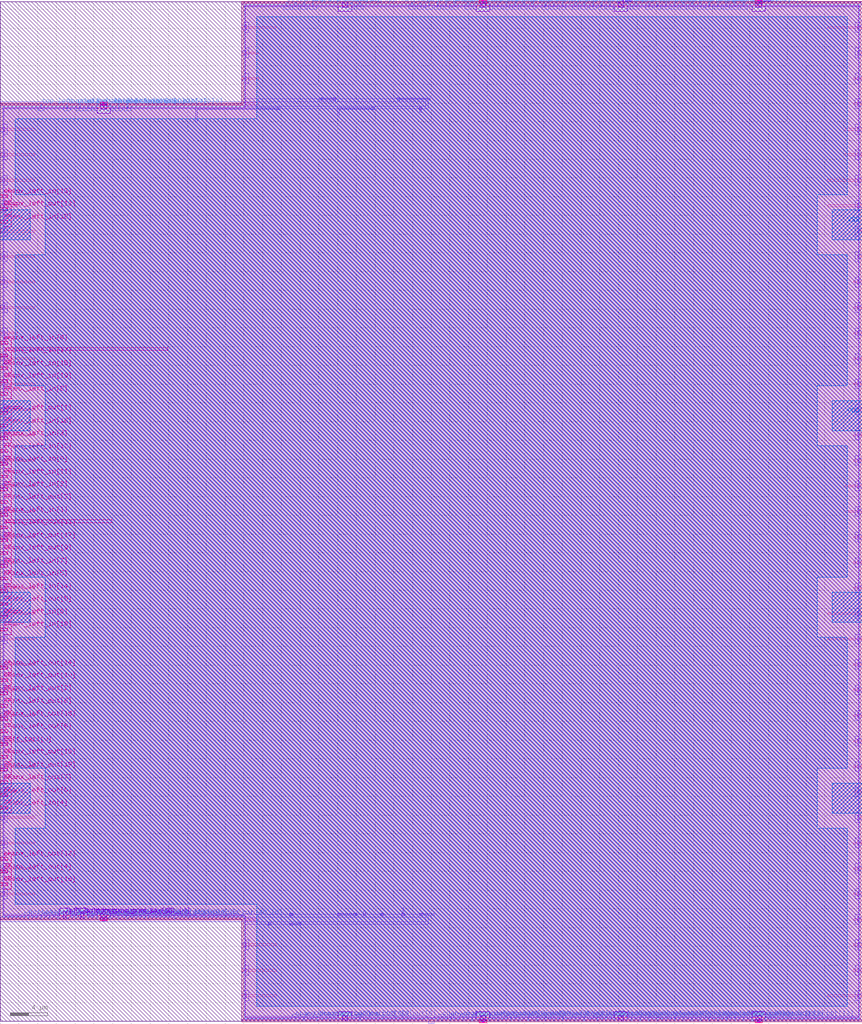
<source format=lef>
VERSION 5.7 ;
BUSBITCHARS "[]" ;

UNITS
  DATABASE MICRONS 1000 ;
END UNITS

MANUFACTURINGGRID 0.005 ;

LAYER li1
  TYPE ROUTING ;
  DIRECTION VERTICAL ;
  PITCH 0.46 ;
  WIDTH 0.17 ;
END li1

LAYER mcon
  TYPE CUT ;
END mcon

LAYER met1
  TYPE ROUTING ;
  DIRECTION HORIZONTAL ;
  PITCH 0.34 ;
  WIDTH 0.14 ;
END met1

LAYER via
  TYPE CUT ;
END via

LAYER met2
  TYPE ROUTING ;
  DIRECTION VERTICAL ;
  PITCH 0.46 ;
  WIDTH 0.14 ;
END met2

LAYER via2
  TYPE CUT ;
END via2

LAYER met3
  TYPE ROUTING ;
  DIRECTION HORIZONTAL ;
  PITCH 0.68 ;
  WIDTH 0.3 ;
END met3

LAYER via3
  TYPE CUT ;
END via3

LAYER met4
  TYPE ROUTING ;
  DIRECTION VERTICAL ;
  PITCH 0.92 ;
  WIDTH 0.3 ;
END met4

LAYER via4
  TYPE CUT ;
END via4

LAYER met5
  TYPE ROUTING ;
  DIRECTION HORIZONTAL ;
  PITCH 3.4 ;
  WIDTH 1.6 ;
END met5

LAYER nwell
  TYPE MASTERSLICE ;
END nwell

LAYER pwell
  TYPE MASTERSLICE ;
END pwell

LAYER OVERLAP
  TYPE OVERLAP ;
END OVERLAP

VIA L1M1_PR
  LAYER li1 ;
    RECT -0.085 -0.085 0.085 0.085 ;
  LAYER mcon ;
    RECT -0.085 -0.085 0.085 0.085 ;
  LAYER met1 ;
    RECT -0.145 -0.115 0.145 0.115 ;
END L1M1_PR

VIA L1M1_PR_R
  LAYER li1 ;
    RECT -0.085 -0.085 0.085 0.085 ;
  LAYER mcon ;
    RECT -0.085 -0.085 0.085 0.085 ;
  LAYER met1 ;
    RECT -0.115 -0.145 0.115 0.145 ;
END L1M1_PR_R

VIA L1M1_PR_M
  LAYER li1 ;
    RECT -0.085 -0.085 0.085 0.085 ;
  LAYER mcon ;
    RECT -0.085 -0.085 0.085 0.085 ;
  LAYER met1 ;
    RECT -0.115 -0.145 0.115 0.145 ;
END L1M1_PR_M

VIA L1M1_PR_MR
  LAYER li1 ;
    RECT -0.085 -0.085 0.085 0.085 ;
  LAYER mcon ;
    RECT -0.085 -0.085 0.085 0.085 ;
  LAYER met1 ;
    RECT -0.145 -0.115 0.145 0.115 ;
END L1M1_PR_MR

VIA L1M1_PR_C
  LAYER li1 ;
    RECT -0.085 -0.085 0.085 0.085 ;
  LAYER mcon ;
    RECT -0.085 -0.085 0.085 0.085 ;
  LAYER met1 ;
    RECT -0.145 -0.145 0.145 0.145 ;
END L1M1_PR_C

VIA M1M2_PR
  LAYER met1 ;
    RECT -0.16 -0.13 0.16 0.13 ;
  LAYER via ;
    RECT -0.075 -0.075 0.075 0.075 ;
  LAYER met2 ;
    RECT -0.13 -0.16 0.13 0.16 ;
END M1M2_PR

VIA M1M2_PR_Enc
  LAYER met1 ;
    RECT -0.16 -0.13 0.16 0.13 ;
  LAYER via ;
    RECT -0.075 -0.075 0.075 0.075 ;
  LAYER met2 ;
    RECT -0.16 -0.13 0.16 0.13 ;
END M1M2_PR_Enc

VIA M1M2_PR_R
  LAYER met1 ;
    RECT -0.13 -0.16 0.13 0.16 ;
  LAYER via ;
    RECT -0.075 -0.075 0.075 0.075 ;
  LAYER met2 ;
    RECT -0.16 -0.13 0.16 0.13 ;
END M1M2_PR_R

VIA M1M2_PR_R_Enc
  LAYER met1 ;
    RECT -0.13 -0.16 0.13 0.16 ;
  LAYER via ;
    RECT -0.075 -0.075 0.075 0.075 ;
  LAYER met2 ;
    RECT -0.13 -0.16 0.13 0.16 ;
END M1M2_PR_R_Enc

VIA M1M2_PR_M
  LAYER met1 ;
    RECT -0.16 -0.13 0.16 0.13 ;
  LAYER via ;
    RECT -0.075 -0.075 0.075 0.075 ;
  LAYER met2 ;
    RECT -0.16 -0.13 0.16 0.13 ;
END M1M2_PR_M

VIA M1M2_PR_M_Enc
  LAYER met1 ;
    RECT -0.16 -0.13 0.16 0.13 ;
  LAYER via ;
    RECT -0.075 -0.075 0.075 0.075 ;
  LAYER met2 ;
    RECT -0.13 -0.16 0.13 0.16 ;
END M1M2_PR_M_Enc

VIA M1M2_PR_MR
  LAYER met1 ;
    RECT -0.13 -0.16 0.13 0.16 ;
  LAYER via ;
    RECT -0.075 -0.075 0.075 0.075 ;
  LAYER met2 ;
    RECT -0.13 -0.16 0.13 0.16 ;
END M1M2_PR_MR

VIA M1M2_PR_MR_Enc
  LAYER met1 ;
    RECT -0.13 -0.16 0.13 0.16 ;
  LAYER via ;
    RECT -0.075 -0.075 0.075 0.075 ;
  LAYER met2 ;
    RECT -0.16 -0.13 0.16 0.13 ;
END M1M2_PR_MR_Enc

VIA M1M2_PR_C
  LAYER met1 ;
    RECT -0.16 -0.16 0.16 0.16 ;
  LAYER via ;
    RECT -0.075 -0.075 0.075 0.075 ;
  LAYER met2 ;
    RECT -0.16 -0.16 0.16 0.16 ;
END M1M2_PR_C

VIA M2M3_PR
  LAYER met2 ;
    RECT -0.14 -0.185 0.14 0.185 ;
  LAYER via2 ;
    RECT -0.1 -0.1 0.1 0.1 ;
  LAYER met3 ;
    RECT -0.165 -0.165 0.165 0.165 ;
END M2M3_PR

VIA M2M3_PR_R
  LAYER met2 ;
    RECT -0.185 -0.14 0.185 0.14 ;
  LAYER via2 ;
    RECT -0.1 -0.1 0.1 0.1 ;
  LAYER met3 ;
    RECT -0.165 -0.165 0.165 0.165 ;
END M2M3_PR_R

VIA M2M3_PR_M
  LAYER met2 ;
    RECT -0.14 -0.185 0.14 0.185 ;
  LAYER via2 ;
    RECT -0.1 -0.1 0.1 0.1 ;
  LAYER met3 ;
    RECT -0.165 -0.165 0.165 0.165 ;
END M2M3_PR_M

VIA M2M3_PR_MR
  LAYER met2 ;
    RECT -0.185 -0.14 0.185 0.14 ;
  LAYER via2 ;
    RECT -0.1 -0.1 0.1 0.1 ;
  LAYER met3 ;
    RECT -0.165 -0.165 0.165 0.165 ;
END M2M3_PR_MR

VIA M2M3_PR_C
  LAYER met2 ;
    RECT -0.185 -0.185 0.185 0.185 ;
  LAYER via2 ;
    RECT -0.1 -0.1 0.1 0.1 ;
  LAYER met3 ;
    RECT -0.165 -0.165 0.165 0.165 ;
END M2M3_PR_C

VIA M3M4_PR
  LAYER met3 ;
    RECT -0.19 -0.16 0.19 0.16 ;
  LAYER via3 ;
    RECT -0.1 -0.1 0.1 0.1 ;
  LAYER met4 ;
    RECT -0.165 -0.165 0.165 0.165 ;
END M3M4_PR

VIA M3M4_PR_R
  LAYER met3 ;
    RECT -0.16 -0.19 0.16 0.19 ;
  LAYER via3 ;
    RECT -0.1 -0.1 0.1 0.1 ;
  LAYER met4 ;
    RECT -0.165 -0.165 0.165 0.165 ;
END M3M4_PR_R

VIA M3M4_PR_M
  LAYER met3 ;
    RECT -0.19 -0.16 0.19 0.16 ;
  LAYER via3 ;
    RECT -0.1 -0.1 0.1 0.1 ;
  LAYER met4 ;
    RECT -0.165 -0.165 0.165 0.165 ;
END M3M4_PR_M

VIA M3M4_PR_MR
  LAYER met3 ;
    RECT -0.16 -0.19 0.16 0.19 ;
  LAYER via3 ;
    RECT -0.1 -0.1 0.1 0.1 ;
  LAYER met4 ;
    RECT -0.165 -0.165 0.165 0.165 ;
END M3M4_PR_MR

VIA M3M4_PR_C
  LAYER met3 ;
    RECT -0.19 -0.19 0.19 0.19 ;
  LAYER via3 ;
    RECT -0.1 -0.1 0.1 0.1 ;
  LAYER met4 ;
    RECT -0.165 -0.165 0.165 0.165 ;
END M3M4_PR_C

VIA M4M5_PR
  LAYER met4 ;
    RECT -0.59 -0.59 0.59 0.59 ;
  LAYER via4 ;
    RECT -0.4 -0.4 0.4 0.4 ;
  LAYER met5 ;
    RECT -0.71 -0.71 0.71 0.71 ;
END M4M5_PR

VIA M4M5_PR_R
  LAYER met4 ;
    RECT -0.59 -0.59 0.59 0.59 ;
  LAYER via4 ;
    RECT -0.4 -0.4 0.4 0.4 ;
  LAYER met5 ;
    RECT -0.71 -0.71 0.71 0.71 ;
END M4M5_PR_R

VIA M4M5_PR_M
  LAYER met4 ;
    RECT -0.59 -0.59 0.59 0.59 ;
  LAYER via4 ;
    RECT -0.4 -0.4 0.4 0.4 ;
  LAYER met5 ;
    RECT -0.71 -0.71 0.71 0.71 ;
END M4M5_PR_M

VIA M4M5_PR_MR
  LAYER met4 ;
    RECT -0.59 -0.59 0.59 0.59 ;
  LAYER via4 ;
    RECT -0.4 -0.4 0.4 0.4 ;
  LAYER met5 ;
    RECT -0.71 -0.71 0.71 0.71 ;
END M4M5_PR_MR

VIA M4M5_PR_C
  LAYER met4 ;
    RECT -0.59 -0.59 0.59 0.59 ;
  LAYER via4 ;
    RECT -0.4 -0.4 0.4 0.4 ;
  LAYER met5 ;
    RECT -0.71 -0.71 0.71 0.71 ;
END M4M5_PR_C

SITE unit
  CLASS CORE ;
  SYMMETRY Y ;
  SIZE 0.46 BY 2.72 ;
END unit

SITE unithddbl
  CLASS CORE ;
  SIZE 0.46 BY 5.44 ;
END unithddbl

MACRO sb_2__1_
  CLASS BLOCK ;
  ORIGIN 0 0 ;
  SIZE 92 BY 108.8 ;
  SYMMETRY X Y ;
  PIN chany_top_in[0]
    DIRECTION INPUT ;
    USE SIGNAL ;
    PORT
      LAYER met2 ;
        RECT 56.74 108.315 56.88 108.8 ;
    END
  END chany_top_in[0]
  PIN chany_top_in[1]
    DIRECTION INPUT ;
    USE SIGNAL ;
    PORT
      LAYER met2 ;
        RECT 59.04 108.315 59.18 108.8 ;
    END
  END chany_top_in[1]
  PIN chany_top_in[2]
    DIRECTION INPUT ;
    USE SIGNAL ;
    PORT
      LAYER met2 ;
        RECT 65.02 108.315 65.16 108.8 ;
    END
  END chany_top_in[2]
  PIN chany_top_in[3]
    DIRECTION INPUT ;
    USE SIGNAL ;
    PORT
      LAYER met2 ;
        RECT 70.08 108.315 70.22 108.8 ;
    END
  END chany_top_in[3]
  PIN chany_top_in[4]
    DIRECTION INPUT ;
    USE SIGNAL ;
    PORT
      LAYER met2 ;
        RECT 63.18 108.315 63.32 108.8 ;
    END
  END chany_top_in[4]
  PIN chany_top_in[5]
    DIRECTION INPUT ;
    USE SIGNAL ;
    PORT
      LAYER met2 ;
        RECT 67.78 108.315 67.92 108.8 ;
    END
  END chany_top_in[5]
  PIN chany_top_in[6]
    DIRECTION INPUT ;
    USE SIGNAL ;
    PORT
      LAYER met2 ;
        RECT 52.14 108.315 52.28 108.8 ;
    END
  END chany_top_in[6]
  PIN chany_top_in[7]
    DIRECTION INPUT ;
    USE SIGNAL ;
    PORT
      LAYER met2 ;
        RECT 53.06 108.315 53.2 108.8 ;
    END
  END chany_top_in[7]
  PIN chany_top_in[8]
    DIRECTION INPUT ;
    USE SIGNAL ;
    PORT
      LAYER met2 ;
        RECT 45.7 108.315 45.84 108.8 ;
    END
  END chany_top_in[8]
  PIN chany_top_in[9]
    DIRECTION INPUT ;
    USE SIGNAL ;
    PORT
      LAYER met2 ;
        RECT 65.94 108.315 66.08 108.8 ;
    END
  END chany_top_in[9]
  PIN chany_top_in[10]
    DIRECTION INPUT ;
    USE SIGNAL ;
    PORT
      LAYER met2 ;
        RECT 64.1 108.315 64.24 108.8 ;
    END
  END chany_top_in[10]
  PIN chany_top_in[11]
    DIRECTION INPUT ;
    USE SIGNAL ;
    PORT
      LAYER met2 ;
        RECT 74.68 108.315 74.82 108.8 ;
    END
  END chany_top_in[11]
  PIN chany_top_in[12]
    DIRECTION INPUT ;
    USE SIGNAL ;
    PORT
      LAYER met2 ;
        RECT 62.26 108.315 62.4 108.8 ;
    END
  END chany_top_in[12]
  PIN chany_top_in[13]
    DIRECTION INPUT ;
    USE SIGNAL ;
    PORT
      LAYER met2 ;
        RECT 72.84 108.315 72.98 108.8 ;
    END
  END chany_top_in[13]
  PIN chany_top_in[14]
    DIRECTION INPUT ;
    USE SIGNAL ;
    PORT
      LAYER met2 ;
        RECT 53.98 108.315 54.12 108.8 ;
    END
  END chany_top_in[14]
  PIN chany_top_in[15]
    DIRECTION INPUT ;
    USE SIGNAL ;
    PORT
      LAYER met2 ;
        RECT 58.12 108.315 58.26 108.8 ;
    END
  END chany_top_in[15]
  PIN chany_top_in[16]
    DIRECTION INPUT ;
    USE SIGNAL ;
    PORT
      LAYER met2 ;
        RECT 48.46 108.315 48.6 108.8 ;
    END
  END chany_top_in[16]
  PIN chany_top_in[17]
    DIRECTION INPUT ;
    USE SIGNAL ;
    PORT
      LAYER met2 ;
        RECT 73.76 108.315 73.9 108.8 ;
    END
  END chany_top_in[17]
  PIN chany_top_in[18]
    DIRECTION INPUT ;
    USE SIGNAL ;
    PORT
      LAYER met2 ;
        RECT 44.78 108.315 44.92 108.8 ;
    END
  END chany_top_in[18]
  PIN chany_top_in[19]
    DIRECTION INPUT ;
    USE SIGNAL ;
    PORT
      LAYER met2 ;
        RECT 69.16 108.315 69.3 108.8 ;
    END
  END chany_top_in[19]
  PIN top_left_grid_pin_42_[0]
    DIRECTION INPUT ;
    USE SIGNAL ;
    PORT
      LAYER met2 ;
        RECT 13.5 97.435 13.64 97.92 ;
    END
  END top_left_grid_pin_42_[0]
  PIN top_left_grid_pin_43_[0]
    DIRECTION INPUT ;
    USE SIGNAL ;
    PORT
      LAYER met2 ;
        RECT 11.66 97.435 11.8 97.92 ;
    END
  END top_left_grid_pin_43_[0]
  PIN top_left_grid_pin_44_[0]
    DIRECTION INPUT ;
    USE SIGNAL ;
    PORT
      LAYER met2 ;
        RECT 8.44 97.435 8.58 97.92 ;
    END
  END top_left_grid_pin_44_[0]
  PIN top_left_grid_pin_45_[0]
    DIRECTION INPUT ;
    USE SIGNAL ;
    PORT
      LAYER met2 ;
        RECT 12.58 97.435 12.72 97.92 ;
    END
  END top_left_grid_pin_45_[0]
  PIN top_left_grid_pin_46_[0]
    DIRECTION INPUT ;
    USE SIGNAL ;
    PORT
      LAYER met2 ;
        RECT 10.28 97.435 10.42 97.92 ;
    END
  END top_left_grid_pin_46_[0]
  PIN top_left_grid_pin_47_[0]
    DIRECTION INPUT ;
    USE SIGNAL ;
    PORT
      LAYER met2 ;
        RECT 4.3 97.435 4.44 97.92 ;
    END
  END top_left_grid_pin_47_[0]
  PIN top_left_grid_pin_48_[0]
    DIRECTION INPUT ;
    USE SIGNAL ;
    PORT
      LAYER met2 ;
        RECT 9.36 97.435 9.5 97.92 ;
    END
  END top_left_grid_pin_48_[0]
  PIN top_left_grid_pin_49_[0]
    DIRECTION INPUT ;
    USE SIGNAL ;
    PORT
      LAYER met2 ;
        RECT 7.06 97.435 7.2 97.92 ;
    END
  END top_left_grid_pin_49_[0]
  PIN top_right_grid_pin_1_[0]
    DIRECTION INPUT ;
    USE SIGNAL ;
    PORT
      LAYER met2 ;
        RECT 31.44 108.315 31.58 108.8 ;
    END
  END top_right_grid_pin_1_[0]
  PIN chany_bottom_in[0]
    DIRECTION INPUT ;
    USE SIGNAL ;
    PORT
      LAYER met2 ;
        RECT 70.08 0 70.22 0.485 ;
    END
  END chany_bottom_in[0]
  PIN chany_bottom_in[1]
    DIRECTION INPUT ;
    USE SIGNAL ;
    PORT
      LAYER met2 ;
        RECT 81.58 0 81.72 0.485 ;
    END
  END chany_bottom_in[1]
  PIN chany_bottom_in[2]
    DIRECTION INPUT ;
    USE SIGNAL ;
    PORT
      LAYER met2 ;
        RECT 57.2 0 57.34 0.485 ;
    END
  END chany_bottom_in[2]
  PIN chany_bottom_in[3]
    DIRECTION INPUT ;
    USE SIGNAL ;
    PORT
      LAYER met2 ;
        RECT 80.2 0 80.34 0.485 ;
    END
  END chany_bottom_in[3]
  PIN chany_bottom_in[4]
    DIRECTION INPUT ;
    USE SIGNAL ;
    PORT
      LAYER met2 ;
        RECT 64.56 0 64.7 0.485 ;
    END
  END chany_bottom_in[4]
  PIN chany_bottom_in[5]
    DIRECTION INPUT ;
    USE SIGNAL ;
    PORT
      LAYER met2 ;
        RECT 76.52 0 76.66 0.485 ;
    END
  END chany_bottom_in[5]
  PIN chany_bottom_in[6]
    DIRECTION INPUT ;
    USE SIGNAL ;
    PORT
      LAYER met2 ;
        RECT 55.36 0 55.5 0.485 ;
    END
  END chany_bottom_in[6]
  PIN chany_bottom_in[7]
    DIRECTION INPUT ;
    USE SIGNAL ;
    PORT
      LAYER met2 ;
        RECT 73.76 0 73.9 0.485 ;
    END
  END chany_bottom_in[7]
  PIN chany_bottom_in[8]
    DIRECTION INPUT ;
    USE SIGNAL ;
    PORT
      LAYER met2 ;
        RECT 63.64 0 63.78 0.485 ;
    END
  END chany_bottom_in[8]
  PIN chany_bottom_in[9]
    DIRECTION INPUT ;
    USE SIGNAL ;
    PORT
      LAYER met2 ;
        RECT 69.16 0 69.3 0.485 ;
    END
  END chany_bottom_in[9]
  PIN chany_bottom_in[10]
    DIRECTION INPUT ;
    USE SIGNAL ;
    PORT
      LAYER met2 ;
        RECT 52.14 0 52.28 0.485 ;
    END
  END chany_bottom_in[10]
  PIN chany_bottom_in[11]
    DIRECTION INPUT ;
    USE SIGNAL ;
    PORT
      LAYER met2 ;
        RECT 71 0 71.14 0.485 ;
    END
  END chany_bottom_in[11]
  PIN chany_bottom_in[12]
    DIRECTION INPUT ;
    USE SIGNAL ;
    PORT
      LAYER met2 ;
        RECT 75.6 0 75.74 0.485 ;
    END
  END chany_bottom_in[12]
  PIN chany_bottom_in[13]
    DIRECTION INPUT ;
    USE SIGNAL ;
    PORT
      LAYER met2 ;
        RECT 78.36 0 78.5 0.485 ;
    END
  END chany_bottom_in[13]
  PIN chany_bottom_in[14]
    DIRECTION INPUT ;
    USE SIGNAL ;
    PORT
      LAYER met2 ;
        RECT 54.44 0 54.58 0.485 ;
    END
  END chany_bottom_in[14]
  PIN chany_bottom_in[15]
    DIRECTION INPUT ;
    USE SIGNAL ;
    PORT
      LAYER met2 ;
        RECT 66.4 0 66.54 0.485 ;
    END
  END chany_bottom_in[15]
  PIN chany_bottom_in[16]
    DIRECTION INPUT ;
    USE SIGNAL ;
    PORT
      LAYER met2 ;
        RECT 47.08 0 47.22 0.485 ;
    END
  END chany_bottom_in[16]
  PIN chany_bottom_in[17]
    DIRECTION INPUT ;
    USE SIGNAL ;
    PORT
      LAYER met2 ;
        RECT 77.44 0 77.58 0.485 ;
    END
  END chany_bottom_in[17]
  PIN chany_bottom_in[18]
    DIRECTION INPUT ;
    USE SIGNAL ;
    PORT
      LAYER met2 ;
        RECT 53.06 0 53.2 0.485 ;
    END
  END chany_bottom_in[18]
  PIN chany_bottom_in[19]
    DIRECTION INPUT ;
    USE SIGNAL ;
    PORT
      LAYER met2 ;
        RECT 79.28 0 79.42 0.485 ;
    END
  END chany_bottom_in[19]
  PIN bottom_right_grid_pin_1_[0]
    DIRECTION INPUT ;
    USE SIGNAL ;
    PORT
      LAYER met2 ;
        RECT 32.36 0 32.5 0.485 ;
    END
  END bottom_right_grid_pin_1_[0]
  PIN bottom_left_grid_pin_42_[0]
    DIRECTION INPUT ;
    USE SIGNAL ;
    PORT
      LAYER met2 ;
        RECT 14.42 10.88 14.56 11.365 ;
    END
  END bottom_left_grid_pin_42_[0]
  PIN bottom_left_grid_pin_43_[0]
    DIRECTION INPUT ;
    USE SIGNAL ;
    PORT
      LAYER met2 ;
        RECT 15.34 10.88 15.48 11.365 ;
    END
  END bottom_left_grid_pin_43_[0]
  PIN bottom_left_grid_pin_44_[0]
    DIRECTION INPUT ;
    USE SIGNAL ;
    PORT
      LAYER met2 ;
        RECT 2.92 10.88 3.06 11.365 ;
    END
  END bottom_left_grid_pin_44_[0]
  PIN bottom_left_grid_pin_45_[0]
    DIRECTION INPUT ;
    USE SIGNAL ;
    PORT
      LAYER met2 ;
        RECT 10.28 10.88 10.42 11.365 ;
    END
  END bottom_left_grid_pin_45_[0]
  PIN bottom_left_grid_pin_46_[0]
    DIRECTION INPUT ;
    USE SIGNAL ;
    PORT
      LAYER met2 ;
        RECT 5.22 10.88 5.36 11.365 ;
    END
  END bottom_left_grid_pin_46_[0]
  PIN bottom_left_grid_pin_47_[0]
    DIRECTION INPUT ;
    USE SIGNAL ;
    PORT
      LAYER met2 ;
        RECT 4.3 10.88 4.44 11.365 ;
    END
  END bottom_left_grid_pin_47_[0]
  PIN bottom_left_grid_pin_48_[0]
    DIRECTION INPUT ;
    USE SIGNAL ;
    PORT
      LAYER met2 ;
        RECT 13.5 10.88 13.64 11.365 ;
    END
  END bottom_left_grid_pin_48_[0]
  PIN bottom_left_grid_pin_49_[0]
    DIRECTION INPUT ;
    USE SIGNAL ;
    PORT
      LAYER met2 ;
        RECT 7.06 10.88 7.2 11.365 ;
    END
  END bottom_left_grid_pin_49_[0]
  PIN chanx_left_in[0]
    DIRECTION INPUT ;
    USE SIGNAL ;
    PORT
      LAYER met3 ;
        RECT 0 59.35 0.8 59.65 ;
    END
  END chanx_left_in[0]
  PIN chanx_left_in[1]
    DIRECTION INPUT ;
    USE SIGNAL ;
    PORT
      LAYER met3 ;
        RECT 0 53.91 0.8 54.21 ;
    END
  END chanx_left_in[1]
  PIN chanx_left_in[2]
    DIRECTION INPUT ;
    USE SIGNAL ;
    PORT
      LAYER met3 ;
        RECT 0 62.07 0.8 62.37 ;
    END
  END chanx_left_in[2]
  PIN chanx_left_in[3]
    DIRECTION INPUT ;
    USE SIGNAL ;
    PORT
      LAYER met3 ;
        RECT 0 56.63 0.8 56.93 ;
    END
  END chanx_left_in[3]
  PIN chanx_left_in[4]
    DIRECTION INPUT ;
    USE SIGNAL ;
    PORT
      LAYER met3 ;
        RECT 0 22.63 0.8 22.93 ;
    END
  END chanx_left_in[4]
  PIN chanx_left_in[5]
    DIRECTION INPUT ;
    USE SIGNAL ;
    PORT
      LAYER met3 ;
        RECT 0 47.11 0.8 47.41 ;
    END
  END chanx_left_in[5]
  PIN chanx_left_in[6]
    DIRECTION INPUT ;
    USE SIGNAL ;
    PORT
      LAYER met3 ;
        RECT 0 43.03 0.8 43.33 ;
    END
  END chanx_left_in[6]
  PIN chanx_left_in[7]
    DIRECTION INPUT ;
    USE SIGNAL ;
    PORT
      LAYER met3 ;
        RECT 0 48.47 0.8 48.77 ;
    END
  END chanx_left_in[7]
  PIN chanx_left_in[8]
    DIRECTION INPUT ;
    USE SIGNAL ;
    PORT
      LAYER met3 ;
        RECT 0 66.83 0.8 67.13 ;
    END
  END chanx_left_in[8]
  PIN chanx_left_in[9]
    DIRECTION INPUT ;
    USE SIGNAL ;
    PORT
      LAYER met3 ;
        RECT 0 72.27 0.8 72.57 ;
    END
  END chanx_left_in[9]
  PIN chanx_left_in[10]
    DIRECTION INPUT ;
    USE SIGNAL ;
    PORT
      LAYER met3 ;
        RECT 0 41.67 0.8 41.97 ;
    END
  END chanx_left_in[10]
  PIN chanx_left_in[11]
    DIRECTION INPUT ;
    USE SIGNAL ;
    PORT
      LAYER met3 ;
        RECT 0 57.99 0.8 58.29 ;
    END
  END chanx_left_in[11]
  PIN chanx_left_in[12]
    DIRECTION INPUT ;
    USE SIGNAL ;
    PORT
      LAYER met3 ;
        RECT 0 60.71 0.8 61.01 ;
    END
  END chanx_left_in[12]
  PIN chanx_left_in[13]
    DIRECTION INPUT ;
    USE SIGNAL ;
    PORT
      LAYER met3 ;
        RECT 0 87.91 0.8 88.21 ;
    END
  END chanx_left_in[13]
  PIN chanx_left_in[14]
    DIRECTION INPUT ;
    USE SIGNAL ;
    PORT
      LAYER met3 ;
        RECT 0 45.75 0.8 46.05 ;
    END
  END chanx_left_in[14]
  PIN chanx_left_in[15]
    DIRECTION INPUT ;
    USE SIGNAL ;
    PORT
      LAYER met3 ;
        RECT 0 69.55 0.8 69.85 ;
    END
  END chanx_left_in[15]
  PIN chanx_left_in[16]
    DIRECTION INPUT ;
    USE SIGNAL ;
    PORT
      LAYER met3 ;
        RECT 0 63.43 0.8 63.73 ;
    END
  END chanx_left_in[16]
  PIN chanx_left_in[17]
    DIRECTION INPUT ;
    USE SIGNAL ;
    PORT
      LAYER met3 ;
        RECT 0 70.91 0.8 71.21 ;
    END
  END chanx_left_in[17]
  PIN chanx_left_in[18]
    DIRECTION INPUT ;
    USE SIGNAL ;
    PORT
      LAYER met3 ;
        RECT 0 85.19 0.8 85.49 ;
    END
  END chanx_left_in[18]
  PIN chanx_left_in[19]
    DIRECTION INPUT ;
    USE SIGNAL ;
    PORT
      LAYER met3 ;
        RECT 0 68.19 0.8 68.49 ;
    END
  END chanx_left_in[19]
  PIN left_bottom_grid_pin_34_[0]
    DIRECTION INPUT ;
    USE SIGNAL ;
    PORT
      LAYER met4 ;
        RECT 6.75 10.88 7.05 11.68 ;
    END
  END left_bottom_grid_pin_34_[0]
  PIN left_bottom_grid_pin_35_[0]
    DIRECTION INPUT ;
    USE SIGNAL ;
    PORT
      LAYER met4 ;
        RECT 8.59 10.88 8.89 11.68 ;
    END
  END left_bottom_grid_pin_35_[0]
  PIN left_bottom_grid_pin_36_[0]
    DIRECTION INPUT ;
    USE SIGNAL ;
    PORT
      LAYER met2 ;
        RECT 8.9 10.88 9.04 11.365 ;
    END
  END left_bottom_grid_pin_36_[0]
  PIN left_bottom_grid_pin_37_[0]
    DIRECTION INPUT ;
    USE SIGNAL ;
    PORT
      LAYER met2 ;
        RECT 7.98 10.88 8.12 11.365 ;
    END
  END left_bottom_grid_pin_37_[0]
  PIN left_bottom_grid_pin_38_[0]
    DIRECTION INPUT ;
    USE SIGNAL ;
    PORT
      LAYER met2 ;
        RECT 11.66 10.88 11.8 11.365 ;
    END
  END left_bottom_grid_pin_38_[0]
  PIN left_bottom_grid_pin_39_[0]
    DIRECTION INPUT ;
    USE SIGNAL ;
    PORT
      LAYER met2 ;
        RECT 12.58 10.88 12.72 11.365 ;
    END
  END left_bottom_grid_pin_39_[0]
  PIN left_bottom_grid_pin_40_[0]
    DIRECTION INPUT ;
    USE SIGNAL ;
    PORT
      LAYER met2 ;
        RECT 18.56 10.88 18.7 11.365 ;
    END
  END left_bottom_grid_pin_40_[0]
  PIN left_bottom_grid_pin_41_[0]
    DIRECTION INPUT ;
    USE SIGNAL ;
    PORT
      LAYER met2 ;
        RECT 6.14 10.88 6.28 11.365 ;
    END
  END left_bottom_grid_pin_41_[0]
  PIN ccff_head[0]
    DIRECTION INPUT ;
    USE SIGNAL ;
    PORT
      LAYER met2 ;
        RECT 30.52 108.315 30.66 108.8 ;
    END
  END ccff_head[0]
  PIN chany_top_out[0]
    DIRECTION OUTPUT ;
    USE SIGNAL ;
    PORT
      LAYER met2 ;
        RECT 76.52 108.315 76.66 108.8 ;
    END
  END chany_top_out[0]
  PIN chany_top_out[1]
    DIRECTION OUTPUT ;
    USE SIGNAL ;
    PORT
      LAYER met2 ;
        RECT 43.86 108.315 44 108.8 ;
    END
  END chany_top_out[1]
  PIN chany_top_out[2]
    DIRECTION OUTPUT ;
    USE SIGNAL ;
    PORT
      LAYER met2 ;
        RECT 75.6 108.315 75.74 108.8 ;
    END
  END chany_top_out[2]
  PIN chany_top_out[3]
    DIRECTION OUTPUT ;
    USE SIGNAL ;
    PORT
      LAYER met2 ;
        RECT 77.44 108.315 77.58 108.8 ;
    END
  END chany_top_out[3]
  PIN chany_top_out[4]
    DIRECTION OUTPUT ;
    USE SIGNAL ;
    PORT
      LAYER met2 ;
        RECT 59.96 108.315 60.1 108.8 ;
    END
  END chany_top_out[4]
  PIN chany_top_out[5]
    DIRECTION OUTPUT ;
    USE SIGNAL ;
    PORT
      LAYER met2 ;
        RECT 46.62 108.315 46.76 108.8 ;
    END
  END chany_top_out[5]
  PIN chany_top_out[6]
    DIRECTION OUTPUT ;
    USE SIGNAL ;
    PORT
      LAYER met2 ;
        RECT 54.9 108.315 55.04 108.8 ;
    END
  END chany_top_out[6]
  PIN chany_top_out[7]
    DIRECTION OUTPUT ;
    USE SIGNAL ;
    PORT
      LAYER met2 ;
        RECT 78.36 108.315 78.5 108.8 ;
    END
  END chany_top_out[7]
  PIN chany_top_out[8]
    DIRECTION OUTPUT ;
    USE SIGNAL ;
    PORT
      LAYER met2 ;
        RECT 66.86 108.315 67 108.8 ;
    END
  END chany_top_out[8]
  PIN chany_top_out[9]
    DIRECTION OUTPUT ;
    USE SIGNAL ;
    PORT
      LAYER met2 ;
        RECT 55.82 108.315 55.96 108.8 ;
    END
  END chany_top_out[9]
  PIN chany_top_out[10]
    DIRECTION OUTPUT ;
    USE SIGNAL ;
    PORT
      LAYER met2 ;
        RECT 47.54 108.315 47.68 108.8 ;
    END
  END chany_top_out[10]
  PIN chany_top_out[11]
    DIRECTION OUTPUT ;
    USE SIGNAL ;
    PORT
      LAYER met2 ;
        RECT 61.34 108.315 61.48 108.8 ;
    END
  END chany_top_out[11]
  PIN chany_top_out[12]
    DIRECTION OUTPUT ;
    USE SIGNAL ;
    PORT
      LAYER met2 ;
        RECT 38.34 108.315 38.48 108.8 ;
    END
  END chany_top_out[12]
  PIN chany_top_out[13]
    DIRECTION OUTPUT ;
    USE SIGNAL ;
    PORT
      LAYER met2 ;
        RECT 79.28 108.315 79.42 108.8 ;
    END
  END chany_top_out[13]
  PIN chany_top_out[14]
    DIRECTION OUTPUT ;
    USE SIGNAL ;
    PORT
      LAYER met2 ;
        RECT 50.76 108.315 50.9 108.8 ;
    END
  END chany_top_out[14]
  PIN chany_top_out[15]
    DIRECTION OUTPUT ;
    USE SIGNAL ;
    PORT
      LAYER met2 ;
        RECT 49.84 108.315 49.98 108.8 ;
    END
  END chany_top_out[15]
  PIN chany_top_out[16]
    DIRECTION OUTPUT ;
    USE SIGNAL ;
    PORT
      LAYER met2 ;
        RECT 32.36 108.315 32.5 108.8 ;
    END
  END chany_top_out[16]
  PIN chany_top_out[17]
    DIRECTION OUTPUT ;
    USE SIGNAL ;
    PORT
      LAYER met2 ;
        RECT 71.92 108.315 72.06 108.8 ;
    END
  END chany_top_out[17]
  PIN chany_top_out[18]
    DIRECTION OUTPUT ;
    USE SIGNAL ;
    PORT
      LAYER met2 ;
        RECT 33.28 108.315 33.42 108.8 ;
    END
  END chany_top_out[18]
  PIN chany_top_out[19]
    DIRECTION OUTPUT ;
    USE SIGNAL ;
    PORT
      LAYER met2 ;
        RECT 71 108.315 71.14 108.8 ;
    END
  END chany_top_out[19]
  PIN chany_bottom_out[0]
    DIRECTION OUTPUT ;
    USE SIGNAL ;
    PORT
      LAYER met2 ;
        RECT 38.34 0 38.48 0.485 ;
    END
  END chany_bottom_out[0]
  PIN chany_bottom_out[1]
    DIRECTION OUTPUT ;
    USE SIGNAL ;
    PORT
      LAYER met2 ;
        RECT 74.68 0 74.82 0.485 ;
    END
  END chany_bottom_out[1]
  PIN chany_bottom_out[2]
    DIRECTION OUTPUT ;
    USE SIGNAL ;
    PORT
      LAYER met2 ;
        RECT 31.44 0 31.58 0.485 ;
    END
  END chany_bottom_out[2]
  PIN chany_bottom_out[3]
    DIRECTION OUTPUT ;
    USE SIGNAL ;
    PORT
      LAYER met2 ;
        RECT 62.26 0 62.4 0.485 ;
    END
  END chany_bottom_out[3]
  PIN chany_bottom_out[4]
    DIRECTION OUTPUT ;
    USE SIGNAL ;
    PORT
      LAYER met2 ;
        RECT 65.48 0 65.62 0.485 ;
    END
  END chany_bottom_out[4]
  PIN chany_bottom_out[5]
    DIRECTION OUTPUT ;
    USE SIGNAL ;
    PORT
      LAYER met2 ;
        RECT 49.38 0 49.52 0.485 ;
    END
  END chany_bottom_out[5]
  PIN chany_bottom_out[6]
    DIRECTION OUTPUT ;
    USE SIGNAL ;
    PORT
      LAYER met2 ;
        RECT 67.32 0 67.46 0.485 ;
    END
  END chany_bottom_out[6]
  PIN chany_bottom_out[7]
    DIRECTION OUTPUT ;
    USE SIGNAL ;
    PORT
      LAYER met2 ;
        RECT 68.24 0 68.38 0.485 ;
    END
  END chany_bottom_out[7]
  PIN chany_bottom_out[8]
    DIRECTION OUTPUT ;
    USE SIGNAL ;
    PORT
      LAYER met2 ;
        RECT 59.04 0 59.18 0.485 ;
    END
  END chany_bottom_out[8]
  PIN chany_bottom_out[9]
    DIRECTION OUTPUT ;
    USE SIGNAL ;
    PORT
      LAYER met2 ;
        RECT 50.3 0 50.44 0.485 ;
    END
  END chany_bottom_out[9]
  PIN chany_bottom_out[10]
    DIRECTION OUTPUT ;
    USE SIGNAL ;
    PORT
      LAYER met2 ;
        RECT 35.12 0 35.26 0.485 ;
    END
  END chany_bottom_out[10]
  PIN chany_bottom_out[11]
    DIRECTION OUTPUT ;
    USE SIGNAL ;
    PORT
      LAYER met2 ;
        RECT 61.34 0 61.48 0.485 ;
    END
  END chany_bottom_out[11]
  PIN chany_bottom_out[12]
    DIRECTION OUTPUT ;
    USE SIGNAL ;
    PORT
      LAYER met2 ;
        RECT 59.96 0 60.1 0.485 ;
    END
  END chany_bottom_out[12]
  PIN chany_bottom_out[13]
    DIRECTION OUTPUT ;
    USE SIGNAL ;
    PORT
      LAYER met2 ;
        RECT 82.5 0 82.64 0.485 ;
    END
  END chany_bottom_out[13]
  PIN chany_bottom_out[14]
    DIRECTION OUTPUT ;
    USE SIGNAL ;
    PORT
      LAYER met2 ;
        RECT 56.28 0 56.42 0.485 ;
    END
  END chany_bottom_out[14]
  PIN chany_bottom_out[15]
    DIRECTION OUTPUT ;
    USE SIGNAL ;
    PORT
      LAYER met2 ;
        RECT 58.12 0 58.26 0.485 ;
    END
  END chany_bottom_out[15]
  PIN chany_bottom_out[16]
    DIRECTION OUTPUT ;
    USE SIGNAL ;
    PORT
      LAYER met2 ;
        RECT 48 0 48.14 0.485 ;
    END
  END chany_bottom_out[16]
  PIN chany_bottom_out[17]
    DIRECTION OUTPUT ;
    USE SIGNAL ;
    PORT
      LAYER met2 ;
        RECT 72.84 0 72.98 0.485 ;
    END
  END chany_bottom_out[17]
  PIN chany_bottom_out[18]
    DIRECTION OUTPUT ;
    USE SIGNAL ;
    PORT
      LAYER met2 ;
        RECT 33.74 0 33.88 0.485 ;
    END
  END chany_bottom_out[18]
  PIN chany_bottom_out[19]
    DIRECTION OUTPUT ;
    USE SIGNAL ;
    PORT
      LAYER met2 ;
        RECT 71.92 0 72.06 0.485 ;
    END
  END chany_bottom_out[19]
  PIN chanx_left_out[0]
    DIRECTION OUTPUT ;
    USE SIGNAL ;
    PORT
      LAYER met3 ;
        RECT 0 23.99 0.8 24.29 ;
    END
  END chanx_left_out[0]
  PIN chanx_left_out[1]
    DIRECTION OUTPUT ;
    USE SIGNAL ;
    PORT
      LAYER met3 ;
        RECT 0 64.79 0.8 65.09 ;
    END
  END chanx_left_out[1]
  PIN chanx_left_out[2]
    DIRECTION OUTPUT ;
    USE SIGNAL ;
    PORT
      LAYER met3 ;
        RECT 0 34.87 0.8 35.17 ;
    END
  END chanx_left_out[2]
  PIN chanx_left_out[3]
    DIRECTION OUTPUT ;
    USE SIGNAL ;
    PORT
      LAYER met3 ;
        RECT 0 55.27 0.8 55.57 ;
    END
  END chanx_left_out[3]
  PIN chanx_left_out[4]
    DIRECTION OUTPUT ;
    USE SIGNAL ;
    PORT
      LAYER met3 ;
        RECT 0 15.83 0.8 16.13 ;
    END
  END chanx_left_out[4]
  PIN chanx_left_out[5]
    DIRECTION OUTPUT ;
    USE SIGNAL ;
    PORT
      LAYER met3 ;
        RECT 0 44.39 0.8 44.69 ;
    END
  END chanx_left_out[5]
  PIN chanx_left_out[6]
    DIRECTION OUTPUT ;
    USE SIGNAL ;
    PORT
      LAYER met3 ;
        RECT 0 33.51 0.8 33.81 ;
    END
  END chanx_left_out[6]
  PIN chanx_left_out[7]
    DIRECTION OUTPUT ;
    USE SIGNAL ;
    PORT
      LAYER met3 ;
        RECT 0 25.35 0.8 25.65 ;
    END
  END chanx_left_out[7]
  PIN chanx_left_out[8]
    DIRECTION OUTPUT ;
    USE SIGNAL ;
    PORT
      LAYER met3 ;
        RECT 0 30.79 0.8 31.09 ;
    END
  END chanx_left_out[8]
  PIN chanx_left_out[9]
    DIRECTION OUTPUT ;
    USE SIGNAL ;
    PORT
      LAYER met3 ;
        RECT 0 49.83 0.8 50.13 ;
    END
  END chanx_left_out[9]
  PIN chanx_left_out[10]
    DIRECTION OUTPUT ;
    USE SIGNAL ;
    PORT
      LAYER met3 ;
        RECT 0 36.23 0.8 36.53 ;
    END
  END chanx_left_out[10]
  PIN chanx_left_out[11]
    DIRECTION OUTPUT ;
    USE SIGNAL ;
    PORT
      LAYER met3 ;
        RECT 0 52.55 0.8 52.85 ;
    END
  END chanx_left_out[11]
  PIN chanx_left_out[12]
    DIRECTION OUTPUT ;
    USE SIGNAL ;
    PORT
      LAYER met3 ;
        RECT 0 17.19 0.8 17.49 ;
    END
  END chanx_left_out[12]
  PIN chanx_left_out[13]
    DIRECTION OUTPUT ;
    USE SIGNAL ;
    PORT
      LAYER met3 ;
        RECT 0 86.55 0.8 86.85 ;
    END
  END chanx_left_out[13]
  PIN chanx_left_out[14]
    DIRECTION OUTPUT ;
    USE SIGNAL ;
    PORT
      LAYER met3 ;
        RECT 0 37.59 0.8 37.89 ;
    END
  END chanx_left_out[14]
  PIN chanx_left_out[15]
    DIRECTION OUTPUT ;
    USE SIGNAL ;
    PORT
      LAYER met3 ;
        RECT 0 28.07 0.8 28.37 ;
    END
  END chanx_left_out[15]
  PIN chanx_left_out[16]
    DIRECTION OUTPUT ;
    USE SIGNAL ;
    PORT
      LAYER met3 ;
        RECT 0 14.47 0.8 14.77 ;
    END
  END chanx_left_out[16]
  PIN chanx_left_out[17]
    DIRECTION OUTPUT ;
    USE SIGNAL ;
    PORT
      LAYER met3 ;
        RECT 0 51.19 0.8 51.49 ;
    END
  END chanx_left_out[17]
  PIN chanx_left_out[18]
    DIRECTION OUTPUT ;
    USE SIGNAL ;
    PORT
      LAYER met3 ;
        RECT 0 32.15 0.8 32.45 ;
    END
  END chanx_left_out[18]
  PIN chanx_left_out[19]
    DIRECTION OUTPUT ;
    USE SIGNAL ;
    PORT
      LAYER met3 ;
        RECT 0 26.71 0.8 27.01 ;
    END
  END chanx_left_out[19]
  PIN ccff_tail[0]
    DIRECTION OUTPUT ;
    USE SIGNAL ;
    PORT
      LAYER met3 ;
        RECT 0 29.43 0.8 29.73 ;
    END
  END ccff_tail[0]
  PIN prog_clk_0_N_in
    DIRECTION INPUT ;
    USE CLOCK ;
    PORT
      LAYER met2 ;
        RECT 37.42 108.315 37.56 108.8 ;
    END
  END prog_clk_0_N_in
  PIN VDD
    DIRECTION INPUT ;
    USE POWER ;
    PORT
      LAYER met1 ;
        RECT 25.76 2.48 26.24 2.96 ;
        RECT 91.52 2.48 92 2.96 ;
        RECT 25.76 7.92 26.24 8.4 ;
        RECT 91.52 7.92 92 8.4 ;
        RECT 0 13.36 0.48 13.84 ;
        RECT 91.52 13.36 92 13.84 ;
        RECT 0 18.8 0.48 19.28 ;
        RECT 91.52 18.8 92 19.28 ;
        RECT 0 24.24 0.48 24.72 ;
        RECT 91.52 24.24 92 24.72 ;
        RECT 0 29.68 0.48 30.16 ;
        RECT 91.52 29.68 92 30.16 ;
        RECT 0 35.12 0.48 35.6 ;
        RECT 91.52 35.12 92 35.6 ;
        RECT 0 40.56 0.48 41.04 ;
        RECT 91.52 40.56 92 41.04 ;
        RECT 0 46 0.48 46.48 ;
        RECT 91.52 46 92 46.48 ;
        RECT 0 51.44 0.48 51.92 ;
        RECT 91.52 51.44 92 51.92 ;
        RECT 0 56.88 0.48 57.36 ;
        RECT 91.52 56.88 92 57.36 ;
        RECT 0 62.32 0.48 62.8 ;
        RECT 91.52 62.32 92 62.8 ;
        RECT 0 67.76 0.48 68.24 ;
        RECT 91.52 67.76 92 68.24 ;
        RECT 0 73.2 0.48 73.68 ;
        RECT 91.52 73.2 92 73.68 ;
        RECT 0 78.64 0.48 79.12 ;
        RECT 91.52 78.64 92 79.12 ;
        RECT 0 84.08 0.48 84.56 ;
        RECT 91.52 84.08 92 84.56 ;
        RECT 0 89.52 0.48 90 ;
        RECT 91.52 89.52 92 90 ;
        RECT 0 94.96 0.48 95.44 ;
        RECT 91.52 94.96 92 95.44 ;
        RECT 25.76 100.4 26.24 100.88 ;
        RECT 91.52 100.4 92 100.88 ;
        RECT 25.76 105.84 26.24 106.32 ;
        RECT 91.52 105.84 92 106.32 ;
      LAYER met5 ;
        RECT 0 22.2 3.2 25.4 ;
        RECT 88.8 22.2 92 25.4 ;
        RECT 0 63 3.2 66.2 ;
        RECT 88.8 63 92 66.2 ;
      LAYER met4 ;
        RECT 36.5 0 37.1 0.6 ;
        RECT 65.94 0 66.54 0.6 ;
        RECT 36.5 108.2 37.1 108.8 ;
        RECT 65.94 108.2 66.54 108.8 ;
    END
  END VDD
  PIN VSS
    DIRECTION INPUT ;
    USE GROUND ;
    PORT
      LAYER met1 ;
        RECT 25.76 0 45.4 0.24 ;
        RECT 46.6 0 92 0.24 ;
        RECT 25.76 5.2 26.24 5.68 ;
        RECT 91.52 5.2 92 5.68 ;
        RECT 0 10.64 45.4 11.12 ;
        RECT 91.52 10.64 92 11.12 ;
        RECT 0 16.08 0.48 16.56 ;
        RECT 91.52 16.08 92 16.56 ;
        RECT 0 21.52 0.48 22 ;
        RECT 91.52 21.52 92 22 ;
        RECT 0 26.96 0.48 27.44 ;
        RECT 91.52 26.96 92 27.44 ;
        RECT 0 32.4 0.48 32.88 ;
        RECT 91.52 32.4 92 32.88 ;
        RECT 0 37.84 0.48 38.32 ;
        RECT 91.52 37.84 92 38.32 ;
        RECT 0 43.28 0.48 43.76 ;
        RECT 91.52 43.28 92 43.76 ;
        RECT 0 48.72 0.48 49.2 ;
        RECT 91.52 48.72 92 49.2 ;
        RECT 0 54.16 0.48 54.64 ;
        RECT 91.52 54.16 92 54.64 ;
        RECT 0 59.6 0.48 60.08 ;
        RECT 91.52 59.6 92 60.08 ;
        RECT 0 65.04 0.48 65.52 ;
        RECT 91.52 65.04 92 65.52 ;
        RECT 0 70.48 0.48 70.96 ;
        RECT 91.52 70.48 92 70.96 ;
        RECT 0 75.92 0.48 76.4 ;
        RECT 91.52 75.92 92 76.4 ;
        RECT 0 81.36 0.48 81.84 ;
        RECT 91.52 81.36 92 81.84 ;
        RECT 0 86.8 0.48 87.28 ;
        RECT 91.52 86.8 92 87.28 ;
        RECT 0 92.24 0.48 92.72 ;
        RECT 91.52 92.24 92 92.72 ;
        RECT 0 97.68 45.4 98.16 ;
        RECT 91.52 97.68 92 98.16 ;
        RECT 25.76 103.12 26.24 103.6 ;
        RECT 91.52 103.12 92 103.6 ;
        RECT 25.76 108.56 45.4 108.8 ;
        RECT 46.6 108.56 92 108.8 ;
      LAYER met5 ;
        RECT 0 42.6 3.2 45.8 ;
        RECT 88.8 42.6 92 45.8 ;
        RECT 0 83.4 3.2 86.6 ;
        RECT 88.8 83.4 92 86.6 ;
      LAYER met4 ;
        RECT 51.22 0 51.82 0.6 ;
        RECT 80.66 0 81.26 0.6 ;
        RECT 10.74 10.88 11.34 11.48 ;
        RECT 10.74 97.32 11.34 97.92 ;
        RECT 51.22 108.2 51.82 108.8 ;
        RECT 80.66 108.2 81.26 108.8 ;
    END
  END VSS
  OBS
    LAYER met2 ;
      RECT 80.82 108.615 81.1 108.985 ;
      RECT 51.38 108.615 51.66 108.985 ;
      RECT 10.9 97.735 11.18 98.105 ;
      RECT 10.9 10.695 11.18 11.065 ;
      RECT 80.82 -0.185 81.1 0.185 ;
      RECT 51.38 -0.185 51.66 0.185 ;
      POLYGON 91.72 108.52 91.72 0.28 82.92 0.28 82.92 0.765 82.22 0.765 82.22 0.28 82 0.28 82 0.765 81.3 0.765 81.3 0.28 80.62 0.28 80.62 0.765 79.92 0.765 79.92 0.28 79.7 0.28 79.7 0.765 79 0.765 79 0.28 78.78 0.28 78.78 0.765 78.08 0.765 78.08 0.28 77.86 0.28 77.86 0.765 77.16 0.765 77.16 0.28 76.94 0.28 76.94 0.765 76.24 0.765 76.24 0.28 76.02 0.28 76.02 0.765 75.32 0.765 75.32 0.28 75.1 0.28 75.1 0.765 74.4 0.765 74.4 0.28 74.18 0.28 74.18 0.765 73.48 0.765 73.48 0.28 73.26 0.28 73.26 0.765 72.56 0.765 72.56 0.28 72.34 0.28 72.34 0.765 71.64 0.765 71.64 0.28 71.42 0.28 71.42 0.765 70.72 0.765 70.72 0.28 70.5 0.28 70.5 0.765 69.8 0.765 69.8 0.28 69.58 0.28 69.58 0.765 68.88 0.765 68.88 0.28 68.66 0.28 68.66 0.765 67.96 0.765 67.96 0.28 67.74 0.28 67.74 0.765 67.04 0.765 67.04 0.28 66.82 0.28 66.82 0.765 66.12 0.765 66.12 0.28 65.9 0.28 65.9 0.765 65.2 0.765 65.2 0.28 64.98 0.28 64.98 0.765 64.28 0.765 64.28 0.28 64.06 0.28 64.06 0.765 63.36 0.765 63.36 0.28 62.68 0.28 62.68 0.765 61.98 0.765 61.98 0.28 61.76 0.28 61.76 0.765 61.06 0.765 61.06 0.28 60.38 0.28 60.38 0.765 59.68 0.765 59.68 0.28 59.46 0.28 59.46 0.765 58.76 0.765 58.76 0.28 58.54 0.28 58.54 0.765 57.84 0.765 57.84 0.28 57.62 0.28 57.62 0.765 56.92 0.765 56.92 0.28 56.7 0.28 56.7 0.765 56 0.765 56 0.28 55.78 0.28 55.78 0.765 55.08 0.765 55.08 0.28 54.86 0.28 54.86 0.765 54.16 0.765 54.16 0.28 53.48 0.28 53.48 0.765 52.78 0.765 52.78 0.28 52.56 0.28 52.56 0.765 51.86 0.765 51.86 0.28 50.72 0.28 50.72 0.765 50.02 0.765 50.02 0.28 49.8 0.28 49.8 0.765 49.1 0.765 49.1 0.28 48.42 0.28 48.42 0.765 47.72 0.765 47.72 0.28 47.5 0.28 47.5 0.765 46.8 0.765 46.8 0.28 38.76 0.28 38.76 0.765 38.06 0.765 38.06 0.28 35.54 0.28 35.54 0.765 34.84 0.765 34.84 0.28 34.16 0.28 34.16 0.765 33.46 0.765 33.46 0.28 32.78 0.28 32.78 0.765 32.08 0.765 32.08 0.28 31.86 0.28 31.86 0.765 31.16 0.765 31.16 0.28 26.04 0.28 26.04 11.16 18.98 11.16 18.98 11.645 18.28 11.645 18.28 11.16 15.76 11.16 15.76 11.645 15.06 11.645 15.06 11.16 14.84 11.16 14.84 11.645 14.14 11.645 14.14 11.16 13.92 11.16 13.92 11.645 13.22 11.645 13.22 11.16 13 11.16 13 11.645 12.3 11.645 12.3 11.16 12.08 11.16 12.08 11.645 11.38 11.645 11.38 11.16 10.7 11.16 10.7 11.645 10 11.645 10 11.16 9.32 11.16 9.32 11.645 8.62 11.645 8.62 11.16 8.4 11.16 8.4 11.645 7.7 11.645 7.7 11.16 7.48 11.16 7.48 11.645 6.78 11.645 6.78 11.16 6.56 11.16 6.56 11.645 5.86 11.645 5.86 11.16 5.64 11.16 5.64 11.645 4.94 11.645 4.94 11.16 4.72 11.16 4.72 11.645 4.02 11.645 4.02 11.16 3.34 11.16 3.34 11.645 2.64 11.645 2.64 11.16 0.28 11.16 0.28 97.64 4.02 97.64 4.02 97.155 4.72 97.155 4.72 97.64 6.78 97.64 6.78 97.155 7.48 97.155 7.48 97.64 8.16 97.64 8.16 97.155 8.86 97.155 8.86 97.64 9.08 97.64 9.08 97.155 9.78 97.155 9.78 97.64 10 97.64 10 97.155 10.7 97.155 10.7 97.64 11.38 97.64 11.38 97.155 12.08 97.155 12.08 97.64 12.3 97.64 12.3 97.155 13 97.155 13 97.64 13.22 97.64 13.22 97.155 13.92 97.155 13.92 97.64 26.04 97.64 26.04 108.52 30.24 108.52 30.24 108.035 30.94 108.035 30.94 108.52 31.16 108.52 31.16 108.035 31.86 108.035 31.86 108.52 32.08 108.52 32.08 108.035 32.78 108.035 32.78 108.52 33 108.52 33 108.035 33.7 108.035 33.7 108.52 37.14 108.52 37.14 108.035 37.84 108.035 37.84 108.52 38.06 108.52 38.06 108.035 38.76 108.035 38.76 108.52 43.58 108.52 43.58 108.035 44.28 108.035 44.28 108.52 44.5 108.52 44.5 108.035 45.2 108.035 45.2 108.52 45.42 108.52 45.42 108.035 46.12 108.035 46.12 108.52 46.34 108.52 46.34 108.035 47.04 108.035 47.04 108.52 47.26 108.52 47.26 108.035 47.96 108.035 47.96 108.52 48.18 108.52 48.18 108.035 48.88 108.035 48.88 108.52 49.56 108.52 49.56 108.035 50.26 108.035 50.26 108.52 50.48 108.52 50.48 108.035 51.18 108.035 51.18 108.52 51.86 108.52 51.86 108.035 52.56 108.035 52.56 108.52 52.78 108.52 52.78 108.035 53.48 108.035 53.48 108.52 53.7 108.52 53.7 108.035 54.4 108.035 54.4 108.52 54.62 108.52 54.62 108.035 55.32 108.035 55.32 108.52 55.54 108.52 55.54 108.035 56.24 108.035 56.24 108.52 56.46 108.52 56.46 108.035 57.16 108.035 57.16 108.52 57.84 108.52 57.84 108.035 58.54 108.035 58.54 108.52 58.76 108.52 58.76 108.035 59.46 108.035 59.46 108.52 59.68 108.52 59.68 108.035 60.38 108.035 60.38 108.52 61.06 108.52 61.06 108.035 61.76 108.035 61.76 108.52 61.98 108.52 61.98 108.035 62.68 108.035 62.68 108.52 62.9 108.52 62.9 108.035 63.6 108.035 63.6 108.52 63.82 108.52 63.82 108.035 64.52 108.035 64.52 108.52 64.74 108.52 64.74 108.035 65.44 108.035 65.44 108.52 65.66 108.52 65.66 108.035 66.36 108.035 66.36 108.52 66.58 108.52 66.58 108.035 67.28 108.035 67.28 108.52 67.5 108.52 67.5 108.035 68.2 108.035 68.2 108.52 68.88 108.52 68.88 108.035 69.58 108.035 69.58 108.52 69.8 108.52 69.8 108.035 70.5 108.035 70.5 108.52 70.72 108.52 70.72 108.035 71.42 108.035 71.42 108.52 71.64 108.52 71.64 108.035 72.34 108.035 72.34 108.52 72.56 108.52 72.56 108.035 73.26 108.035 73.26 108.52 73.48 108.52 73.48 108.035 74.18 108.035 74.18 108.52 74.4 108.52 74.4 108.035 75.1 108.035 75.1 108.52 75.32 108.52 75.32 108.035 76.02 108.035 76.02 108.52 76.24 108.52 76.24 108.035 76.94 108.035 76.94 108.52 77.16 108.52 77.16 108.035 77.86 108.035 77.86 108.52 78.08 108.52 78.08 108.035 78.78 108.035 78.78 108.52 79 108.52 79 108.035 79.7 108.035 79.7 108.52 ;
    LAYER met3 ;
      POLYGON 81.125 108.965 81.125 108.96 81.34 108.96 81.34 108.64 81.125 108.64 81.125 108.635 80.795 108.635 80.795 108.64 80.58 108.64 80.58 108.96 80.795 108.96 80.795 108.965 ;
      POLYGON 51.685 108.965 51.685 108.96 51.9 108.96 51.9 108.64 51.685 108.64 51.685 108.635 51.355 108.635 51.355 108.64 51.14 108.64 51.14 108.96 51.355 108.96 51.355 108.965 ;
      POLYGON 11.205 98.085 11.205 98.08 11.42 98.08 11.42 97.76 11.205 97.76 11.205 97.755 10.875 97.755 10.875 97.76 10.66 97.76 10.66 98.08 10.875 98.08 10.875 98.085 ;
      POLYGON 17.86 71.89 17.86 71.59 1.2 71.59 1.2 71.61 0.65 71.61 0.65 71.89 ;
      POLYGON 11.88 53.53 11.88 53.23 0.65 53.23 0.65 53.51 1.2 53.51 1.2 53.53 ;
      POLYGON 11.205 11.045 11.205 11.04 11.42 11.04 11.42 10.72 11.205 10.72 11.205 10.715 10.875 10.715 10.875 10.72 10.66 10.72 10.66 11.04 10.875 11.04 10.875 11.045 ;
      POLYGON 81.125 0.165 81.125 0.16 81.34 0.16 81.34 -0.16 81.125 -0.16 81.125 -0.165 80.795 -0.165 80.795 -0.16 80.58 -0.16 80.58 0.16 80.795 0.16 80.795 0.165 ;
      POLYGON 51.685 0.165 51.685 0.16 51.9 0.16 51.9 -0.16 51.685 -0.16 51.685 -0.165 51.355 -0.165 51.355 -0.16 51.14 -0.16 51.14 0.16 51.355 0.16 51.355 0.165 ;
      POLYGON 91.6 108.4 91.6 0.4 26.16 0.4 26.16 11.28 0.4 11.28 0.4 14.07 1.2 14.07 1.2 15.17 0.4 15.17 0.4 15.43 1.2 15.43 1.2 16.53 0.4 16.53 0.4 16.79 1.2 16.79 1.2 17.89 0.4 17.89 0.4 22.23 1.2 22.23 1.2 23.33 0.4 23.33 0.4 23.59 1.2 23.59 1.2 24.69 0.4 24.69 0.4 24.95 1.2 24.95 1.2 26.05 0.4 26.05 0.4 26.31 1.2 26.31 1.2 27.41 0.4 27.41 0.4 27.67 1.2 27.67 1.2 28.77 0.4 28.77 0.4 29.03 1.2 29.03 1.2 30.13 0.4 30.13 0.4 30.39 1.2 30.39 1.2 31.49 0.4 31.49 0.4 31.75 1.2 31.75 1.2 32.85 0.4 32.85 0.4 33.11 1.2 33.11 1.2 34.21 0.4 34.21 0.4 34.47 1.2 34.47 1.2 35.57 0.4 35.57 0.4 35.83 1.2 35.83 1.2 36.93 0.4 36.93 0.4 37.19 1.2 37.19 1.2 38.29 0.4 38.29 0.4 41.27 1.2 41.27 1.2 42.37 0.4 42.37 0.4 42.63 1.2 42.63 1.2 43.73 0.4 43.73 0.4 43.99 1.2 43.99 1.2 45.09 0.4 45.09 0.4 45.35 1.2 45.35 1.2 46.45 0.4 46.45 0.4 46.71 1.2 46.71 1.2 47.81 0.4 47.81 0.4 48.07 1.2 48.07 1.2 49.17 0.4 49.17 0.4 49.43 1.2 49.43 1.2 50.53 0.4 50.53 0.4 50.79 1.2 50.79 1.2 51.89 0.4 51.89 0.4 52.15 1.2 52.15 1.2 53.25 0.4 53.25 0.4 53.51 1.2 53.51 1.2 54.61 0.4 54.61 0.4 54.87 1.2 54.87 1.2 55.97 0.4 55.97 0.4 56.23 1.2 56.23 1.2 57.33 0.4 57.33 0.4 57.59 1.2 57.59 1.2 58.69 0.4 58.69 0.4 58.95 1.2 58.95 1.2 60.05 0.4 60.05 0.4 60.31 1.2 60.31 1.2 61.41 0.4 61.41 0.4 61.67 1.2 61.67 1.2 62.77 0.4 62.77 0.4 63.03 1.2 63.03 1.2 64.13 0.4 64.13 0.4 64.39 1.2 64.39 1.2 65.49 0.4 65.49 0.4 66.43 1.2 66.43 1.2 67.53 0.4 67.53 0.4 67.79 1.2 67.79 1.2 68.89 0.4 68.89 0.4 69.15 1.2 69.15 1.2 70.25 0.4 70.25 0.4 70.51 1.2 70.51 1.2 71.61 0.4 71.61 0.4 71.87 1.2 71.87 1.2 72.97 0.4 72.97 0.4 84.79 1.2 84.79 1.2 85.89 0.4 85.89 0.4 86.15 1.2 86.15 1.2 87.25 0.4 87.25 0.4 87.51 1.2 87.51 1.2 88.61 0.4 88.61 0.4 97.52 26.16 97.52 26.16 108.4 ;
    LAYER met4 ;
      POLYGON 91.6 108.4 91.6 0.4 81.66 0.4 81.66 1 80.26 1 80.26 0.4 66.94 0.4 66.94 1 65.54 1 65.54 0.4 52.22 0.4 52.22 1 50.82 1 50.82 0.4 37.5 0.4 37.5 1 36.1 1 36.1 0.4 26.16 0.4 26.16 11.28 11.74 11.28 11.74 11.88 10.34 11.88 10.34 11.28 9.29 11.28 9.29 12.08 8.19 12.08 8.19 11.28 7.45 11.28 7.45 12.08 6.35 12.08 6.35 11.28 0.4 11.28 0.4 97.52 10.34 97.52 10.34 96.92 11.74 96.92 11.74 97.52 26.16 97.52 26.16 108.4 36.1 108.4 36.1 107.8 37.5 107.8 37.5 108.4 50.82 108.4 50.82 107.8 52.22 107.8 52.22 108.4 65.54 108.4 65.54 107.8 66.94 107.8 66.94 108.4 80.26 108.4 80.26 107.8 81.66 107.8 81.66 108.4 ;
    LAYER met5 ;
      POLYGON 90.4 107.2 90.4 88.2 87.2 88.2 87.2 81.8 90.4 81.8 90.4 67.8 87.2 67.8 87.2 61.4 90.4 61.4 90.4 47.4 87.2 47.4 87.2 41 90.4 41 90.4 27 87.2 27 87.2 20.6 90.4 20.6 90.4 1.6 27.36 1.6 27.36 12.48 1.6 12.48 1.6 20.6 4.8 20.6 4.8 27 1.6 27 1.6 41 4.8 41 4.8 47.4 1.6 47.4 1.6 61.4 4.8 61.4 4.8 67.8 1.6 67.8 1.6 81.8 4.8 81.8 4.8 88.2 1.6 88.2 1.6 96.32 27.36 96.32 27.36 107.2 ;
    LAYER met1 ;
      RECT 45.68 108.56 46.32 109.04 ;
      POLYGON 42.71 98.56 42.71 98.5 45.9 98.5 45.9 98.36 42.71 98.36 42.71 98.3 42.39 98.3 42.39 98.56 ;
      POLYGON 34.43 98.56 34.43 98.5 35.505 98.5 35.505 98.545 35.795 98.545 35.795 98.315 35.505 98.315 35.505 98.36 34.43 98.36 34.43 98.3 34.11 98.3 34.11 98.56 ;
      POLYGON 39.95 97.54 39.95 97.28 39.63 97.28 39.63 97.34 36.18 97.34 36.18 96.66 36.04 96.66 36.04 97.48 39.63 97.48 39.63 97.54 ;
      POLYGON 29.83 97.54 29.83 97.28 29.51 97.28 29.51 97.34 21 97.34 21 95.98 20.86 95.98 20.86 97.48 29.51 97.48 29.51 97.54 ;
      POLYGON 44.995 97.525 44.995 97.295 44.92 97.295 44.92 97 44.78 97 44.78 97.295 44.705 97.295 44.705 97.525 ;
      POLYGON 43.08 12.14 43.08 11.505 43.155 11.505 43.155 11.275 42.865 11.275 42.865 11.505 42.94 11.505 42.94 12.14 ;
      POLYGON 38.94 11.8 38.94 11.505 39.015 11.505 39.015 11.275 38.725 11.275 38.725 11.505 38.8 11.505 38.8 11.8 ;
      POLYGON 40.87 11.52 40.87 11.505 40.915 11.505 40.915 11.275 40.87 11.275 40.87 11.26 40.55 11.26 40.55 11.52 ;
      POLYGON 38.11 11.52 38.11 11.26 37.79 11.26 37.79 11.32 36.315 11.32 36.315 11.275 36.025 11.275 36.025 11.505 36.315 11.505 36.315 11.46 37.79 11.46 37.79 11.52 ;
      POLYGON 31.21 11.52 31.21 11.505 31.285 11.505 31.285 11.275 31.21 11.275 31.21 11.26 30.89 11.26 30.89 11.52 ;
      POLYGON 45.055 11.505 45.055 11.46 46.3 11.46 46.3 11.32 45.055 11.32 45.055 11.275 44.765 11.275 44.765 11.505 ;
      POLYGON 32.13 10.5 32.13 10.24 31.81 10.24 31.81 10.3 31.195 10.3 31.195 10.255 30.905 10.255 30.905 10.485 31.195 10.485 31.195 10.44 31.81 10.44 31.81 10.5 ;
      RECT 28.59 10.24 28.91 10.5 ;
      RECT 45.68 -0.24 46.32 0.24 ;
      POLYGON 46.32 108.52 46.32 108.28 91.72 108.28 91.72 106.6 91.24 106.6 91.24 105.56 91.72 105.56 91.72 103.88 91.24 103.88 91.24 102.84 91.72 102.84 91.72 101.16 91.24 101.16 91.24 100.12 91.72 100.12 91.72 98.44 91.24 98.44 91.24 97.4 91.72 97.4 91.72 95.72 91.24 95.72 91.24 94.68 91.72 94.68 91.72 93 91.24 93 91.24 91.96 91.72 91.96 91.72 90.28 91.24 90.28 91.24 89.24 91.72 89.24 91.72 87.56 91.24 87.56 91.24 86.52 91.72 86.52 91.72 84.84 91.24 84.84 91.24 83.8 91.72 83.8 91.72 82.12 91.24 82.12 91.24 81.08 91.72 81.08 91.72 79.4 91.24 79.4 91.24 78.36 91.72 78.36 91.72 76.68 91.24 76.68 91.24 75.64 91.72 75.64 91.72 73.96 91.24 73.96 91.24 72.92 91.72 72.92 91.72 71.24 91.24 71.24 91.24 70.2 91.72 70.2 91.72 68.52 91.24 68.52 91.24 67.48 91.72 67.48 91.72 65.8 91.24 65.8 91.24 64.76 91.72 64.76 91.72 63.08 91.24 63.08 91.24 62.04 91.72 62.04 91.72 60.36 91.24 60.36 91.24 59.32 91.72 59.32 91.72 57.64 91.24 57.64 91.24 56.6 91.72 56.6 91.72 54.92 91.24 54.92 91.24 53.88 91.72 53.88 91.72 52.2 91.24 52.2 91.24 51.16 91.72 51.16 91.72 49.48 91.24 49.48 91.24 48.44 91.72 48.44 91.72 46.76 91.24 46.76 91.24 45.72 91.72 45.72 91.72 44.04 91.24 44.04 91.24 43 91.72 43 91.72 41.32 91.24 41.32 91.24 40.28 91.72 40.28 91.72 38.6 91.24 38.6 91.24 37.56 91.72 37.56 91.72 35.88 91.24 35.88 91.24 34.84 91.72 34.84 91.72 33.16 91.24 33.16 91.24 32.12 91.72 32.12 91.72 30.44 91.24 30.44 91.24 29.4 91.72 29.4 91.72 27.72 91.24 27.72 91.24 26.68 91.72 26.68 91.72 25 91.24 25 91.24 23.96 91.72 23.96 91.72 22.28 91.24 22.28 91.24 21.24 91.72 21.24 91.72 19.56 91.24 19.56 91.24 18.52 91.72 18.52 91.72 16.84 91.24 16.84 91.24 15.8 91.72 15.8 91.72 14.12 91.24 14.12 91.24 13.08 91.72 13.08 91.72 11.4 91.24 11.4 91.24 10.36 91.72 10.36 91.72 8.68 91.24 8.68 91.24 7.64 91.72 7.64 91.72 5.96 91.24 5.96 91.24 4.92 91.72 4.92 91.72 3.24 91.24 3.24 91.24 2.2 91.72 2.2 91.72 0.52 46.32 0.52 46.32 0.28 45.68 0.28 45.68 0.52 26.04 0.52 26.04 2.2 26.52 2.2 26.52 3.24 26.04 3.24 26.04 4.92 26.52 4.92 26.52 5.96 26.04 5.96 26.04 7.64 26.52 7.64 26.52 8.68 26.04 8.68 26.04 10.36 45.68 10.36 45.68 11.4 0.28 11.4 0.28 13.08 0.76 13.08 0.76 14.12 0.28 14.12 0.28 15.8 0.76 15.8 0.76 16.84 0.28 16.84 0.28 18.52 0.76 18.52 0.76 19.56 0.28 19.56 0.28 21.24 0.76 21.24 0.76 22.28 0.28 22.28 0.28 23.96 0.76 23.96 0.76 25 0.28 25 0.28 26.68 0.76 26.68 0.76 27.72 0.28 27.72 0.28 29.4 0.76 29.4 0.76 30.44 0.28 30.44 0.28 32.12 0.76 32.12 0.76 33.16 0.28 33.16 0.28 34.84 0.76 34.84 0.76 35.88 0.28 35.88 0.28 37.56 0.76 37.56 0.76 38.6 0.28 38.6 0.28 40.28 0.76 40.28 0.76 41.32 0.28 41.32 0.28 43 0.76 43 0.76 44.04 0.28 44.04 0.28 45.72 0.76 45.72 0.76 46.76 0.28 46.76 0.28 48.44 0.76 48.44 0.76 49.48 0.28 49.48 0.28 51.16 0.76 51.16 0.76 52.2 0.28 52.2 0.28 53.88 0.76 53.88 0.76 54.92 0.28 54.92 0.28 56.6 0.76 56.6 0.76 57.64 0.28 57.64 0.28 59.32 0.76 59.32 0.76 60.36 0.28 60.36 0.28 62.04 0.76 62.04 0.76 63.08 0.28 63.08 0.28 64.76 0.76 64.76 0.76 65.8 0.28 65.8 0.28 67.48 0.76 67.48 0.76 68.52 0.28 68.52 0.28 70.2 0.76 70.2 0.76 71.24 0.28 71.24 0.28 72.92 0.76 72.92 0.76 73.96 0.28 73.96 0.28 75.64 0.76 75.64 0.76 76.68 0.28 76.68 0.28 78.36 0.76 78.36 0.76 79.4 0.28 79.4 0.28 81.08 0.76 81.08 0.76 82.12 0.28 82.12 0.28 83.8 0.76 83.8 0.76 84.84 0.28 84.84 0.28 86.52 0.76 86.52 0.76 87.56 0.28 87.56 0.28 89.24 0.76 89.24 0.76 90.28 0.28 90.28 0.28 91.96 0.76 91.96 0.76 93 0.28 93 0.28 94.68 0.76 94.68 0.76 95.72 0.28 95.72 0.28 97.4 45.68 97.4 45.68 98.44 26.04 98.44 26.04 100.12 26.52 100.12 26.52 101.16 26.04 101.16 26.04 102.84 26.52 102.84 26.52 103.88 26.04 103.88 26.04 105.56 26.52 105.56 26.52 106.6 26.04 106.6 26.04 108.28 45.68 108.28 45.68 108.52 ;
    LAYER li1 ;
      RECT 25.76 108.715 92 108.885 ;
      RECT 88.32 105.995 92 106.165 ;
      RECT 25.76 105.995 29.44 106.165 ;
      RECT 91.54 103.275 92 103.445 ;
      RECT 25.76 103.275 27.6 103.445 ;
      RECT 91.08 100.555 92 100.725 ;
      RECT 25.76 100.555 27.6 100.725 ;
      RECT 91.08 97.835 92 98.005 ;
      RECT 0 97.835 27.6 98.005 ;
      RECT 90.16 95.115 92 95.285 ;
      RECT 0 95.115 3.68 95.285 ;
      RECT 90.16 92.395 92 92.565 ;
      RECT 0 92.395 3.68 92.565 ;
      RECT 88.32 89.675 92 89.845 ;
      RECT 0 89.675 3.68 89.845 ;
      RECT 88.32 86.955 92 87.125 ;
      RECT 0 86.955 1.84 87.125 ;
      RECT 91.54 84.235 92 84.405 ;
      RECT 0 84.235 3.68 84.405 ;
      RECT 91.54 81.515 92 81.685 ;
      RECT 0 81.515 3.68 81.685 ;
      RECT 91.08 78.795 92 78.965 ;
      RECT 0 78.795 3.68 78.965 ;
      RECT 91.08 76.075 92 76.245 ;
      RECT 0 76.075 3.68 76.245 ;
      RECT 91.08 73.355 92 73.525 ;
      RECT 0 73.355 1.84 73.525 ;
      RECT 91.08 70.635 92 70.805 ;
      RECT 0 70.635 3.68 70.805 ;
      RECT 91.08 67.915 92 68.085 ;
      RECT 0 67.915 3.68 68.085 ;
      RECT 91.08 65.195 92 65.365 ;
      RECT 0 65.195 3.68 65.365 ;
      RECT 91.08 62.475 92 62.645 ;
      RECT 0 62.475 3.68 62.645 ;
      RECT 91.08 59.755 92 59.925 ;
      RECT 0 59.755 3.68 59.925 ;
      RECT 90.16 57.035 92 57.205 ;
      RECT 0 57.035 3.68 57.205 ;
      RECT 90.16 54.315 92 54.485 ;
      RECT 0 54.315 3.68 54.485 ;
      RECT 91.08 51.595 92 51.765 ;
      RECT 0 51.595 3.68 51.765 ;
      RECT 91.08 48.875 92 49.045 ;
      RECT 0 48.875 1.84 49.045 ;
      RECT 91.08 46.155 92 46.325 ;
      RECT 0 46.155 3.68 46.325 ;
      RECT 88.32 43.435 92 43.605 ;
      RECT 0 43.435 3.68 43.605 ;
      RECT 88.32 40.715 92 40.885 ;
      RECT 0 40.715 3.68 40.885 ;
      RECT 91.08 37.995 92 38.165 ;
      RECT 0 37.995 3.68 38.165 ;
      RECT 91.08 35.275 92 35.445 ;
      RECT 0 35.275 3.68 35.445 ;
      RECT 91.08 32.555 92 32.725 ;
      RECT 0 32.555 3.68 32.725 ;
      RECT 91.08 29.835 92 30.005 ;
      RECT 0 29.835 3.68 30.005 ;
      RECT 91.08 27.115 92 27.285 ;
      RECT 0 27.115 3.68 27.285 ;
      RECT 91.08 24.395 92 24.565 ;
      RECT 0 24.395 1.84 24.565 ;
      RECT 91.54 21.675 92 21.845 ;
      RECT 0 21.675 3.68 21.845 ;
      RECT 91.08 18.955 92 19.125 ;
      RECT 0 18.955 3.68 19.125 ;
      RECT 91.08 16.235 92 16.405 ;
      RECT 0 16.235 3.68 16.405 ;
      RECT 91.08 13.515 92 13.685 ;
      RECT 0 13.515 3.68 13.685 ;
      RECT 91.08 10.795 92 10.965 ;
      RECT 0 10.795 27.6 10.965 ;
      RECT 91.08 8.075 92 8.245 ;
      RECT 25.76 8.075 29.44 8.245 ;
      RECT 91.08 5.355 92 5.525 ;
      RECT 25.76 5.355 29.44 5.525 ;
      RECT 88.32 2.635 92 2.805 ;
      RECT 25.76 2.635 29.44 2.805 ;
      RECT 25.76 -0.085 92 0.085 ;
      POLYGON 91.83 108.63 91.83 0.17 25.93 0.17 25.93 11.05 0.17 11.05 0.17 97.75 25.93 97.75 25.93 108.63 ;
    LAYER mcon ;
      RECT 35.565 98.345 35.735 98.515 ;
      RECT 44.765 97.325 44.935 97.495 ;
      RECT 44.825 11.305 44.995 11.475 ;
      RECT 42.925 11.305 43.095 11.475 ;
      RECT 40.685 11.305 40.855 11.475 ;
      RECT 38.785 11.305 38.955 11.475 ;
      RECT 36.085 11.305 36.255 11.475 ;
      RECT 31.055 11.305 31.225 11.475 ;
      RECT 30.965 10.285 31.135 10.455 ;
      RECT 28.665 10.285 28.835 10.455 ;
    LAYER via ;
      RECT 80.885 108.725 81.035 108.875 ;
      RECT 51.445 108.725 51.595 108.875 ;
      RECT 42.475 98.355 42.625 98.505 ;
      RECT 34.195 98.355 34.345 98.505 ;
      RECT 10.965 97.845 11.115 97.995 ;
      RECT 39.715 97.335 39.865 97.485 ;
      RECT 29.595 97.335 29.745 97.485 ;
      RECT 40.635 11.315 40.785 11.465 ;
      RECT 37.875 11.315 38.025 11.465 ;
      RECT 30.975 11.315 31.125 11.465 ;
      RECT 10.965 10.805 11.115 10.955 ;
      RECT 31.895 10.295 32.045 10.445 ;
      RECT 28.675 10.295 28.825 10.445 ;
      RECT 80.885 -0.075 81.035 0.075 ;
      RECT 51.445 -0.075 51.595 0.075 ;
    LAYER via2 ;
      RECT 80.86 108.7 81.06 108.9 ;
      RECT 51.42 108.7 51.62 108.9 ;
      RECT 10.94 97.82 11.14 98.02 ;
      RECT 10.94 10.78 11.14 10.98 ;
      RECT 80.86 -0.1 81.06 0.1 ;
      RECT 51.42 -0.1 51.62 0.1 ;
    LAYER via3 ;
      RECT 80.86 108.7 81.06 108.9 ;
      RECT 51.42 108.7 51.62 108.9 ;
      RECT 10.94 97.82 11.14 98.02 ;
      RECT 10.94 10.78 11.14 10.98 ;
      RECT 80.86 -0.1 81.06 0.1 ;
      RECT 51.42 -0.1 51.62 0.1 ;
    LAYER OVERLAP ;
      POLYGON 25.76 0 25.76 10.88 0 10.88 0 97.92 25.76 97.92 25.76 108.8 92 108.8 92 0 ;
  END
END sb_2__1_

END LIBRARY

</source>
